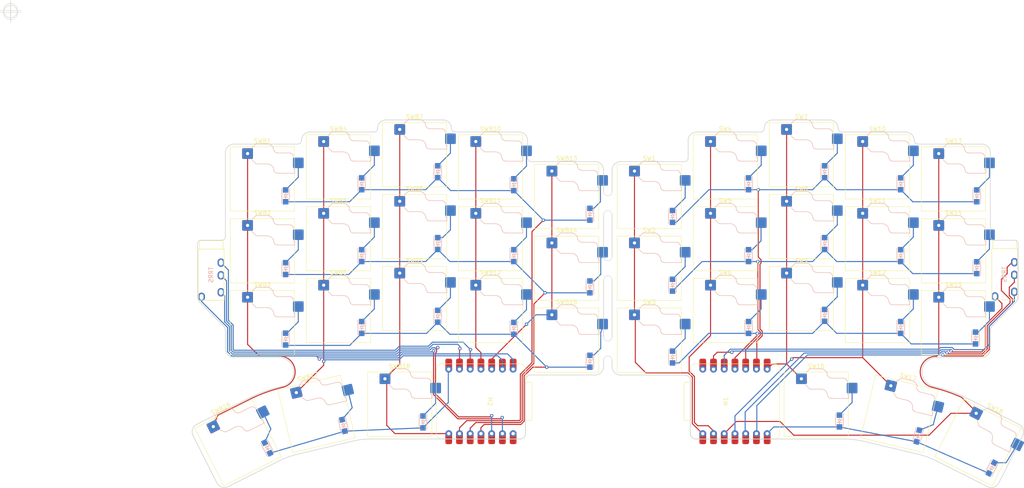
<source format=kicad_pcb>
(kicad_pcb (version 20211014) (generator pcbnew)
  (layers (0 "F.Cu" power) (31 "B.Cu" signal) (34 "B.Paste" user) (35 "F.Paste" user) (36 "B.SilkS" user "B.Silkscreen") (37 "F.SilkS" user "F.Silkscreen") (38 "B.Mask" user) (39 "F.Mask" user) (44 "Edge.Cuts" user))
  (net 0 "")
  (net 1 "Row 0")
  (net 2 "Net-(D1-Pad1)")
  (net 3 "Row 1")
  (net 4 "Net-(D2-Pad1)")
  (net 5 "Row 2")
  (net 6 "Net-(D3-Pad1)")
  (net 7 "Net-(D4-Pad1)")
  (net 8 "Net-(D5-Pad1)")
  (net 9 "Net-(D6-Pad1)")
  (net 10 "Net-(D7-Pad1)")
  (net 11 "Net-(D8-Pad1)")
  (net 12 "Net-(D9-Pad1)")
  (net 13 "Net-(D10-Pad1)")
  (net 14 "Net-(D11-Pad1)")
  (net 15 "Net-(D12-Pad1)")
  (net 16 "Net-(D13-Pad1)")
  (net 17 "Net-(D14-Pad1)")
  (net 18 "Net-(D15-Pad1)")
  (net 19 "Row 3")
  (net 20 "Net-(D16-Pad1)")
  (net 21 "Net-(D17-Pad1)")
  (net 22 "Net-(D18-Pad1)")
  (net 23 "Row 0 B")
  (net 24 "Net-(DB1-Pad1)")
  (net 25 "Row 1 B")
  (net 26 "Net-(DB2-Pad1)")
  (net 27 "Row 2 B")
  (net 28 "Net-(DB3-Pad1)")
  (net 29 "Net-(DB4-Pad1)")
  (net 30 "Net-(DB5-Pad1)")
  (net 31 "Net-(DB6-Pad1)")
  (net 32 "Net-(DB7-Pad1)")
  (net 33 "Net-(DB8-Pad1)")
  (net 34 "Net-(DB9-Pad1)")
  (net 35 "Net-(DB10-Pad1)")
  (net 36 "Net-(DB11-Pad1)")
  (net 37 "Net-(DB12-Pad1)")
  (net 38 "Net-(DB13-Pad1)")
  (net 39 "Net-(DB14-Pad1)")
  (net 40 "Net-(DB15-Pad1)")
  (net 41 "Row 3 B")
  (net 42 "Net-(DB16-Pad1)")
  (net 43 "Net-(DB17-Pad1)")
  (net 44 "Net-(DB18-Pad1)")
  (net 45 "Net-(J1-PadR1)")
  (net 46 "Net-(J1-PadR2)")
  (net 47 "Net-(J1-PadS)")
  (net 48 "Net-(J1-PadT)")
  (net 49 "Net-(J2-PadR1)")
  (net 50 "Net-(J2-PadR2)")
  (net 51 "Net-(J2-PadS)")
  (net 52 "Net-(J2-PadT)")
  (net 53 "Col 0")
  (net 54 "Col 1")
  (net 55 "Col 3")
  (net 56 "Col 4")
  (net 57 "Col 2")
  (net 59 "Col 0 B")
  (net 60 "Col 1 B")
  (net 61 "Col 3 B")
  (net 62 "Col 4 B")
  (net 63 "Col 2 B")
  (footprint "PCB Libs:SW_Hotswap_Kailh_Choc_V1V2" (layer "F.Cu") (at 89.589912 48.4862)
    (fp_text reference "SWB4")
    (fp_text value " ")
  )
  (footprint "Downloads:XIAO-RP2040" (layer "F.Cu") (at 133.839825 111.61 -90)
    (fp_text reference "M2")
    (fp_text value "XIAO-RP2040")
  )
  (footprint "PCB Libs:SW_Hotswap_Kailh_Choc_V1V2" (layer "F.Cu") (at 217.139912 48.4862)
    (fp_text reference "SW10")
    (fp_text value " ")
  )
  (footprint "PCB Libs:TRRS-PJ-320A" (layer "F.Cu") (at 59.489946 67.9486)
    (fp_text reference "J2")
    (fp_text value "AudioJack4" hide)
  )
  (footprint "PCB Libs:SW_Hotswap_Kailh_Choc_V1V2" (layer "F.Cu") (at 107.589912 62.63)
    (fp_text reference "SWB8")
    (fp_text value " ")
  )
  (footprint "PCB Libs:mouse-bite-3mm-slot" (layer "F.Cu") (at 153.339946 91.48595 90)
    (fp_text reference "mouse-bite-3mm-slot" hide)
    (fp_text value "VAL**" hide)
    (fp_arc (start 2.762 1) (mid 1.762 0) (end 2.762 -1) (layer "Edge.Cuts") (width 0.1))
    (fp_arc (start -2.762 -1) (mid -1.762 0) (end -2.762 1) (layer "Edge.Cuts") (width 0.1))
  )
  (footprint "PCB Libs:SW_Hotswap_Kailh_Choc_V1V2" (layer "F.Cu") (at 125.589912 82.4862)
    (fp_text reference "SWB12")
    (fp_text value " ")
  )
  (footprint "PCB Libs:SW_Hotswap_Kailh_Choc_V1V2" (layer "F.Cu") (at 202.640087 104.63)
    (fp_text reference "SW16")
    (fp_text value " ")
  )
  (footprint "PCB Libs:SW_Hotswap_Kailh_Choc_V1V2" (layer "F.Cu") (at 217.139912 65.4862)
    (fp_text reference "SW11")
    (fp_text value " ")
  )
  (footprint "PCB Libs:SW_Hotswap_Kailh_Choc_V1V2" (layer "F.Cu") (at 143.589912 55.48595)
    (fp_text reference "SWB13")
    (fp_text value " ")
  )
  (footprint "PCB Libs:SW_Hotswap_Kailh_Choc_V1V2" (layer "F.Cu") (at 104.089737 104.63)
    (fp_text reference "SWB18")
    (fp_text value " ")
  )
  (footprint "PCB Libs:SW_Hotswap_Kailh_Choc_V1V2" (layer "F.Cu") (at 143.589912 72.48595)
    (fp_text reference "SWB14")
    (fp_text value " ")
  )
  (footprint "PCB Libs:SW_Hotswap_Kailh_Choc_V1V2" (layer "F.Cu") (at 235.139912 85.3424)
    (fp_text reference "SW15")
    (fp_text value " ")
  )
  (footprint "PCB Libs:SW_Hotswap_Kailh_Choc_V1V2" (layer "F.Cu") (at 163.139912 72.48595)
    (fp_text reference "SW2")
    (fp_text value " ")
  )
  (footprint "PCB Libs:SW_Hotswap_Kailh_Choc_V1V2" (layer "F.Cu") (at 125.589912 48.4862)
    (fp_text reference "SWB10")
    (fp_text value " ")
  )
  (footprint "PCB Libs:SW_Hotswap_Kailh_Choc_V1V2" (layer "F.Cu") (at 181.139912 48.4862)
    (fp_text reference "SW4")
    (fp_text value " ")
  )
  (footprint "PCB Libs:SW_Hotswap_Kailh_Choc_V1V2" (layer "F.Cu") (at 235.139912 68.3424)
    (fp_text reference "SW14")
    (fp_text value " ")
  )
  (footprint "PCB Libs:mouse-bite-3mm-slot" (layer "F.Cu") (at 153.339946 57.08595 90)
    (fp_text reference "mouse-bite-3mm-slot" hide)
    (fp_text value "VAL**" hide)
    (fp_arc (start 2.762 1) (mid 1.762 0) (end 2.762 -1) (layer "Edge.Cuts") (width 0.1))
    (fp_arc (start -2.762 -1) (mid -1.762 0) (end -2.762 1) (layer "Edge.Cuts") (width 0.1))
  )
  (footprint "PCB Libs:SW_Hotswap_Kailh_Choc_V1V2" (layer "F.Cu") (at 84.415311 106.938302 13.4)
    (fp_text reference "SWB17")
    (fp_text value " ")
  )
  (footprint "PCB Libs:mouse-bite-3mm-slot" (layer "F.Cu") (at 153.339946 72.48595 90)
    (fp_text reference "mouse-bite-3mm-slot" hide)
    (fp_text value "VAL**" hide)
    (fp_arc (start 2.762 1) (mid 1.762 0) (end 2.762 -1) (layer "Edge.Cuts") (width 0.1))
    (fp_arc (start -2.762 -1) (mid -1.762 0) (end -2.762 1) (layer "Edge.Cuts") (width 0.1))
  )
  (footprint "PCB Libs:SW_Hotswap_Kailh_Choc_V1V2" (layer "F.Cu") (at 71.589912 51.3424)
    (fp_text reference "SWB1")
    (fp_text value " ")
  )
  (footprint "PCB Libs:SW_Hotswap_Kailh_Choc_V1V2" (layer "F.Cu") (at 235.139912 51.3424)
    (fp_text reference "SW13")
    (fp_text value " ")
  )
  (footprint "PCB Libs:SW_Hotswap_Kailh_Choc_V1V2" (layer "F.Cu") (at 65.809461 113.737837 26.8)
    (fp_text reference "SWB16")
    (fp_text value " ")
  )
  (footprint "PCB Libs:SW_Hotswap_Kailh_Choc_V1V2" (layer "F.Cu") (at 199.139912 45.63)
    (fp_text reference "SW7")
    (fp_text value " ")
  )
  (footprint "PCB Libs:SW_Hotswap_Kailh_Choc_V1V2" (layer "F.Cu") (at 71.589912 85.3424)
    (fp_text reference "SWB3")
    (fp_text value " ")
  )
  (footprint "PCB Libs:SW_Hotswap_Kailh_Choc_V1V2" (layer "F.Cu") (at 199.139912 79.63)
    (fp_text reference "SW9")
    (fp_text value " ")
  )
  (footprint "PCB Libs:SW_Hotswap_Kailh_Choc_V1V2" (layer "F.Cu") (at 143.589912 89.48595)
    (fp_text reference "SWB15")
    (fp_text value " ")
  )
  (footprint "PCB Libs:SW_Hotswap_Kailh_Choc_V1V2" (layer "F.Cu") (at 107.589912 79.63)
    (fp_text reference "SWB9")
    (fp_text value " ")
  )
  (footprint "PCB Libs:SW_Hotswap_Kailh_Choc_V1V2" (layer "F.Cu") (at 89.589912 82.4862)
    (fp_text reference "SWB6")
    (fp_text value " ")
  )
  (footprint "PCB Libs:SW_Hotswap_Kailh_Choc_V1V2" (layer "F.Cu") (at 107.589912 45.63)
    (fp_text reference "SWB7")
    (fp_text value " ")
  )
  (footprint "Downloads:XIAO-RP2040" (layer "F.Cu") (at 174.16 112.88 90)
    (fp_text reference "M1")
    (fp_text value "XIAO-RP2040")
  )
  (footprint "PCB Libs:SW_Hotswap_Kailh_Choc_V1V2" (layer "F.Cu") (at 181.139912 82.4862)
    (fp_text reference "SW6")
    (fp_text value " ")
  )
  (footprint "PCB Libs:SW_Hotswap_Kailh_Choc_V1V2" (layer "F.Cu") (at 163.139912 89.48595)
    (fp_text reference "SW3")
    (fp_text value " ")
  )
  (footprint "PCB Libs:TRRS-PJ-320A" (layer "F.Cu") (at 247.239946 67.8486)
    (fp_text reference "J1")
    (fp_text value "AudioJack4" hide)
  )
  (footprint "PCB Libs:SW_Hotswap_Kailh_Choc_V1V2" (layer "F.Cu") (at 240.920363 113.737837 -26.8)
    (fp_text reference "SW18")
    (fp_text value " ")
  )
  (footprint "PCB Libs:SW_Hotswap_Kailh_Choc_V1V2" (layer "F.Cu") (at 163.139912 55.48595)
    (fp_text reference "SW1")
    (fp_text value " ")
  )
  (footprint "PCB Libs:SW_Hotswap_Kailh_Choc_V1V2" (layer "F.Cu") (at 89.589912 65.4862)
    (fp_text reference "SWB5")
    (fp_text value " ")
  )
  (footprint "PCB Libs:SW_Hotswap_Kailh_Choc_V1V2" (layer "F.Cu") (at 71.589912 68.3424)
    (fp_text reference "SWB2")
    (fp_text value " ")
  )
  (footprint "PCB Libs:SW_Hotswap_Kailh_Choc_V1V2" (layer "F.Cu") (at 181.139912 65.4862)
    (fp_text reference "SW5")
    (fp_text value " ")
  )
  (footprint "PCB Libs:SW_Hotswap_Kailh_Choc_V1V2" (layer "F.Cu") (at 217.139912 82.4862)
    (fp_text reference "SW12")
    (fp_text value " ")
  )
  (footprint "PCB Libs:SW_Hotswap_Kailh_Choc_V1V2" (layer "F.Cu") (at 222.314513 106.938302 -13.4)
    (fp_text reference "SW17")
    (fp_text value " ")
  )
  (footprint "PCB Libs:SW_Hotswap_Kailh_Choc_V1V2" (layer "F.Cu") (at 199.139912 62.63)
    (fp_text reference "SW8")
    (fp_text value " ")
  )
  (footprint "PCB Libs:SW_Hotswap_Kailh_Choc_V1V2" (layer "F.Cu") (at 125.589912 65.4862)
    (fp_text reference "SWB11")
    (fp_text value " ")
  )
  (footprint "Downloads:SOD-123F" (layer "B.Cu") (at 113.089912 49.63 90)
    (fp_text reference "DB7")
    (fp_text value " ")
  )
  (footprint "Downloads:SOD-123F" (layer "B.Cu") (at 186.639912 52.4862 90)
    (fp_text reference "D4")
    (fp_text value " ")
  )
  (footprint "Downloads:SOD-123F" (layer "B.Cu") (at 149.089912 76.88595 90)
    (fp_text reference "DB14")
    (fp_text value " ")
  )
  (footprint "Downloads:SOD-123F" (layer "B.Cu") (at 131.089912 52.697553 90)
    (fp_text reference "DB10")
    (fp_text value " ")
  )
  (footprint "Downloads:SOD-123F" (layer "B.Cu") (at 240.639912 55.3424 90)
    (fp_text reference "D13")
    (fp_text value " ")
  )
  (footprint "Downloads:SOD-123F" (layer "B.Cu") (at 240.639912 72.3424 90)
    (fp_text reference "D14")
    (fp_text value " ")
  )
  (footprint "Downloads:SOD-123F" (layer "B.Cu") (at 77.089912 72.553753 90)
    (fp_text reference "DB2")
    (fp_text value " ")
  )
  (footprint "Downloads:SOD-123F" (layer "B.Cu") (at 204.639912 83.63 90)
    (fp_text reference "D9")
    (fp_text value " ")
  )
  (footprint "Downloads:SOD-123F" (layer "B.Cu") (at 168.639912 76.48595 90)
    (fp_text reference "D2")
    (fp_text value " ")
  )
  (footprint "Downloads:SOD-123F" (layer "B.Cu") (at 204.639912 66.63 90)
    (fp_text reference "D8")
    (fp_text value " ")
  )
  (footprint "Downloads:SOD-123F" (layer "B.Cu") (at 77.089912 89.23595 90)
    (fp_text reference "DB3")
    (fp_text value " ")
  )
  (footprint "Downloads:SOD-123F" (layer "B.Cu") (at 222.639912 69.4862 90)
    (fp_text reference "D11")
    (fp_text value " ")
  )
  (footprint "Downloads:SOD-123F" (layer "B.Cu") (at 168.639912 93.48595 90)
    (fp_text reference "D3")
    (fp_text value " ")
  )
  (footprint "Downloads:SOD-123F" (layer "B.Cu") (at 95.089912 69.4862 90)
    (fp_text reference "DB5")
    (fp_text value " ")
  )
  (footprint "Downloads:SOD-123F" (layer "B.Cu") (at 131.089912 86.697553 90)
    (fp_text reference "DB12")
    (fp_text value " ")
  )
  (footprint "Downloads:SOD-123F" (layer "B.Cu") (at 149.089912 59.697303 90)
    (fp_text reference "DB13")
    (fp_text value " ")
  )
  (footprint "Downloads:SOD-123F" (layer "B.Cu") (at 77.089912 55.3424 90)
    (fp_text reference "DB1")
    (fp_text value " ")
  )
  (footprint "Downloads:SOD-123F" (layer "B.Cu") (at 208.140087 108.63 90)
    (fp_text reference "D16")
    (fp_text value " ")
  )
  (footprint "Downloads:SOD-123F" (layer "B.Cu") (at 186.639912 86.4862 90)
    (fp_text reference "D6")
    (fp_text value " ")
  )
  (footprint "Downloads:SOD-123F" (layer "B.Cu") (at 226.720074 112.169381 76.6)
    (fp_text reference "D17")
    (fp_text value " ")
  )
  (footprint "Downloads:SOD-123F" (layer "B.Cu") (at 90.76595 109.665251 103.4)
    (fp_text reference "DB17")
    (fp_text value " ")
  )
  (footprint "Downloads:SOD-123F" (layer "B.Cu") (at 72.756127 114.989764 116.8)
    (fp_text reference "DB16")
    (fp_text value " ")
  )
  (footprint "Downloads:SOD-123F" (layer "B.Cu") (at 168.639912 60.214796 90)
    (fp_text reference "D1")
    (fp_text value " ")
  )
  (footprint "Downloads:SOD-123F" (layer "B.Cu") (at 244.156071 119.762903 63.2)
    (fp_text reference "D18")
    (fp_text value " ")
  )
  (footprint "Downloads:SOD-123F" (layer "B.Cu") (at 113.089912 66.63 90)
    (fp_text reference "DB8")
    (fp_text value " ")
  )
  (footprint "Downloads:SOD-123F" (layer "B.Cu") (at 186.639912 69.4862 90)
    (fp_text reference "D5")
    (fp_text value " ")
  )
  (footprint "Downloads:SOD-123F" (layer "B.Cu") (at 95.089912 52.4862 90)
    (fp_text reference "DB4")
    (fp_text value " ")
  )
  (footprint "Downloads:SOD-123F" (layer "B.Cu") (at 109.589737 108.841353 90)
    (fp_text reference "DB18")
    (fp_text value " ")
  )
  (footprint "Downloads:SOD-123F" (layer "B.Cu") (at 131.089912 69.4862 90)
    (fp_text reference "DB11")
    (fp_text value " ")
  )
  (footprint "Downloads:SOD-123F" (layer "B.Cu") (at 222.639912 52.4862 90)
    (fp_text reference "D10")
    (fp_text value " ")
  )
  (footprint "Downloads:SOD-123F" (layer "B.Cu") (at 240.339946 88.98595 90)
    (fp_text reference "D15")
    (fp_text value " ")
  )
  (footprint "Downloads:SOD-123F" (layer "B.Cu") (at 95.089912 86.4862 90)
    (fp_text reference "DB6")
    (fp_text value " ")
  )
  (footprint "Downloads:SOD-123F" (layer "B.Cu") (at 222.639912 86.4862 90)
    (fp_text reference "D12")
    (fp_text value " ")
  )
  (footprint "Downloads:SOD-123F" (layer "B.Cu") (at 113.089912 83.841353 90)
    (fp_text reference "DB9")
    (fp_text value " ")
  )
  (footprint "Downloads:SOD-123F" (layer "B.Cu") (at 149.089912 94.48595 90)
    (fp_text reference "DB15")
    (fp_text value " ")
  )
  (footprint "Downloads:SOD-123F" (layer "B.Cu") (at 204.639912 49.63 90)
    (fp_text reference "D7")
    (fp_text value " ")
  )
  (gr_circle (center 143.589946 55.48595) (end 145.189946 55.48595) (layer "F.Cu") (width 0.15) (fill none))
  (gr_arc (start 56.239946 66.7048) (mid 56.490703 66.099339) (end 57.096146 65.8486) (layer "Edge.Cuts") (width 0.15))
  (gr_line (start 207.839946 39.392) (end 207.839946 39.392) (layer "Edge.Cuts") (width 0.15))
  (gr_arc (start 226.921664 116.538642) (mid 229.069883 117.184325) (end 231.128228 118.075936) (layer "Edge.Cuts") (width 0.15))
  (gr_line (start 226.696146 43.1044) (end 241.839946 43.1044) (layer "Edge.Cuts") (width 0.15))
  (gr_line (start 230.348047 100.393274) (end 230.740818 100.486724) (layer "Edge.Cuts") (width 0.15))
  (gr_arc (start 98.839946 39.38) (mid 98.589188 39.985453) (end 97.983746 40.2362) (layer "Edge.Cuts") (width 0.15))
  (gr_arc (start 133.839859 111.61) (mid 133.467867 112.507994) (end 132.569859 112.88) (layer "Edge.Cuts") (width 0.15))
  (gr_line (start 56.067326 109.411737) (end 68.120787 103.331928) (layer "Edge.Cuts") (width 0.15))
  (gr_arc (start 117.196146 40.2362) (mid 116.590746 39.985418) (end 116.339946 39.38) (layer "Edge.Cuts") (width 0.15))
  (gr_line (start 209.340121 112.892) (end 174.110034 112.892) (layer "Edge.Cuts") (width 0.15))
  (gr_line (start 62.839946 64.9924) (end 62.839946 45.0924) (layer "Edge.Cuts") (width 0.15))
  (gr_arc (start 241.839946 43.1044) (mid 243.25413 43.690203) (end 243.839946 45.1044) (layer "Edge.Cuts") (width 0.15))
  (gr_arc (start 98.839946 39.38) (mid 99.425714 37.96575) (end 100.839946 37.38) (layer "Edge.Cuts") (width 0.15))
  (gr_line (start 79.983746 43.0924) (end 64.839946 43.0924) (layer "Edge.Cuts") (width 0.15))
  (gr_line (start 152.339946 95.73595) (end 152.339946 94.24795) (layer "Edge.Cuts") (width 0.15))
  (gr_arc (start 172.339946 46.39175) (mid 172.089156 46.997159) (end 171.483746 47.24795) (layer "Edge.Cuts") (width 0.15))
  (gr_arc (start 223.839946 40.2482) (mid 225.25413 40.834003) (end 225.839946 42.2482) (layer "Edge.Cuts") (width 0.15))
  (gr_arc (start 245.868099 123.270759) (mid 244.708184 124.269653) (end 243.181689 124.155745) (layer "Edge.Cuts") (width 0.15))
  (gr_line (start 225.839946 42.2482) (end 225.839946 42.2482) (layer "Edge.Cuts") (width 0.15))
  (gr_line (start 62.839946 91.5924) (end 62.839946 87.377027) (layer "Edge.Cuts") (width 0.15))
  (gr_arc (start 62.25416 85.962814) (mid 62.687715 86.611659) (end 62.839946 87.377027) (layer "Edge.Cuts") (width 0.15))
  (gr_arc (start 226.696146 43.1044) (mid 226.090721 42.853612) (end 225.839946 42.2482) (layer "Edge.Cuts") (width 0.15))
  (gr_line (start 208.696146 40.2482) (end 223.839946 40.2482) (layer "Edge.Cuts") (width 0.15))
  (gr_arc (start 56.825732 80.534386) (mid 56.392182 79.88554) (end 56.239946 79.120173) (layer "Edge.Cuts") (width 0.15))
  (gr_line (start 79.758228 116.526642) (end 92.891615 113.40188) (layer "Edge.Cuts") (width 0.15))
  (gr_arc (start 250.439946 79.132173) (mid 250.28769 79.897532) (end 249.85416 80.546386) (layer "Edge.Cuts") (width 0.15))
  (gr_arc (start 205.839946 37.392) (mid 207.25413 37.977803) (end 207.839946 39.392) (layer "Edge.Cuts") (width 0.15))
  (gr_line (start 134.339946 46.37975) (end 134.339946 42.2362) (layer "Edge.Cuts") (width 0.15))
  (gr_line (start 97.339771 112.88) (end 132.569859 112.88) (layer "Edge.Cuts") (width 0.15))
  (gr_arc (start 171.570034 97.74795) (mid 172.468085 98.119904) (end 172.840034 99.01795) (layer "Edge.Cuts") (width 0.15))
  (gr_line (start 156.339946 97.74795) (end 171.570034 97.74795) (layer "Edge.Cuts") (width 0.15))
  (gr_line (start 243.839946 91.6044) (end 243.839946 87.389027) (layer "Edge.Cuts") (width 0.15))
  (gr_line (start 60.811793 123.258759) (end 55.18234 112.098147) (layer "Edge.Cuts") (width 0.15))
  (gr_arc (start 230.348047 100.393274) (mid 227.726821 96.644576) (end 231.144552 93.6044) (layer "Edge.Cuts") (width 0.15))
  (gr_line (start 114.339946 37.38) (end 100.839946 37.38) (layer "Edge.Cuts") (width 0.15))
  (gr_line (start 154.339946 49.24795) (end 154.339946 54.32395) (layer "Edge.Cuts") (width 0.15))
  (gr_line (start 97.983746 40.2362) (end 82.839946 40.2362) (layer "Edge.Cuts") (width 0.15))
  (gr_line (start 243.839946 65.0044) (end 243.839946 45.1044) (layer "Edge.Cuts") (width 0.15))
  (gr_arc (start 249.583746 65.8606) (mid 250.189141 66.111391) (end 250.439946 66.7168) (layer "Edge.Cuts") (width 0.15))
  (gr_arc (start 243.839946 91.6044) (mid 243.254192 93.018659) (end 241.839946 93.6044) (layer "Edge.Cuts") (width 0.15))
  (gr_arc (start 75.551664 118.063936) (mid 77.61001 117.172329) (end 79.758228 116.526642) (layer "Edge.Cuts") (width 0.15))
  (gr_line (start 132.339946 40.2362) (end 117.196146 40.2362) (layer "Edge.Cuts") (width 0.15))
  (gr_arc (start 243.839946 87.389027) (mid 243.992207 86.623673) (end 244.425732 85.974814) (layer "Edge.Cuts") (width 0.15))
  (gr_line (start 250.439946 79.132173) (end 250.439946 66.7168) (layer "Edge.Cuts") (width 0.15))
  (gr_arc (start 250.612566 109.423737) (mid 251.611434 110.583649) (end 251.497552 112.110147) (layer "Edge.Cuts") (width 0.15))
  (gr_line (start 56.239946 79.120173) (end 56.239946 66.7048) (layer "Edge.Cuts") (width 0.15))
  (gr_arc (start 63.498203 124.143745) (mid 61.97171 124.257629) (end 60.811793 123.258759) (layer "Edge.Cuts") (width 0.15))
  (gr_arc (start 174.110034 112.892) (mid 173.212016 112.520008) (end 172.840034 111.622) (layer "Edge.Cuts") (width 0.15))
  (gr_line (start 133.839859 99.00595) (end 133.839859 111.61) (layer "Edge.Cuts") (width 0.15))
  (gr_line (start 249.583746 65.8606) (end 244.696146 65.8606) (layer "Edge.Cuts") (width 0.15))
  (gr_line (start 63.498203 124.143745) (end 75.551664 118.063936) (layer "Edge.Cuts") (width 0.15))
  (gr_line (start 152.339946 88.72395) (end 152.339946 75.24795) (layer "Edge.Cuts") (width 0.15))
  (gr_line (start 76.331845 100.381274) (end 75.939074 100.474724) (layer "Edge.Cuts") (width 0.15))
  (gr_arc (start 244.696146 65.8606) (mid 244.090721 65.609812) (end 243.839946 65.0044) (layer "Edge.Cuts") (width 0.15))
  (gr_line (start 152.339946 49.23595) (end 152.339946 54.32395) (layer "Edge.Cuts") (width 0.15))
  (gr_arc (start 156.339946 97.74795) (mid 154.92575 97.162148) (end 154.339946 95.74795) (layer "Edge.Cuts") (width 0.15))
  (gr_arc (start 62.839946 45.0924) (mid 63.425714 43.67815) (end 64.839946 43.0924) (layer "Edge.Cuts") (width 0.15))
  (gr_line (start 98.839946 39.38) (end 98.839946 39.38) (layer "Edge.Cuts") (width 0.15))
  (gr_line (start 80.839946 42.2362) (end 80.839946 42.2362) (layer "Edge.Cuts") (width 0.15))
  (gr_line (start 62.25416 85.962814) (end 56.825732 80.534386) (layer "Edge.Cuts") (width 0.15))
  (gr_arc (start 152.339946 95.73595) (mid 151.754159 97.15016) (end 150.339946 97.73595) (layer "Edge.Cuts") (width 0.15))
  (gr_line (start 250.612566 109.423737) (end 238.559105 103.343928) (layer "Edge.Cuts") (width 0.15))
  (gr_arc (start 230.740818 100.486724) (mid 234.73348 101.686791) (end 238.559105 103.343928) (layer "Edge.Cuts") (width 0.15))
  (gr_arc (start 64.839946 93.5924) (mid 63.425733 93.006613) (end 62.839946 91.5924) (layer "Edge.Cuts") (width 0.15))
  (gr_arc (start 62.839946 64.9924) (mid 62.589188 65.597853) (end 61.983746 65.8486) (layer "Edge.Cuts") (width 0.15))
  (gr_line (start 244.425732 85.974814) (end 249.85416 80.546386) (layer "Edge.Cuts") (width 0.15))
  (gr_arc (start 133.839859 99.00595) (mid 134.211834 98.107925) (end 135.109859 97.73595) (layer "Edge.Cuts") (width 0.15))
  (gr_arc (start 190.339946 39.392) (mid 190.089203 39.99747) (end 189.483746 40.2482) (layer "Edge.Cuts") (width 0.15))
  (gr_line (start 154.339946 88.72395) (end 154.339946 75.24795) (layer "Edge.Cuts") (width 0.15))
  (gr_line (start 172.840034 99.01795) (end 172.840034 111.622) (layer "Edge.Cuts") (width 0.15))
  (gr_arc (start 172.339946 42.2482) (mid 172.9257 40.833938) (end 174.339946 40.2482) (layer "Edge.Cuts") (width 0.15))
  (gr_arc (start 55.18234 112.098147) (mid 55.06847 110.571662) (end 56.067326 109.411737) (layer "Edge.Cuts") (width 0.15))
  (gr_line (start 152.339946 69.72395) (end 152.339946 59.84795) (layer "Edge.Cuts") (width 0.15))
  (gr_arc (start 190.339946 39.392) (mid 190.9257 37.977738) (end 192.339946 37.392) (layer "Edge.Cuts") (width 0.15))
  (gr_arc (start 154.339946 49.24795) (mid 154.925718 47.83372) (end 156.339946 47.24795) (layer "Edge.Cuts") (width 0.15))
  (gr_line (start 231.144552 93.6044) (end 241.839946 93.6044) (layer "Edge.Cuts") (width 0.15))
  (gr_arc (start 132.339946 40.2362) (mid 133.754149 40.821986) (end 134.339946 42.2362) (layer "Edge.Cuts") (width 0.15))
  (gr_line (start 245.868099 123.270759) (end 251.497552 112.110147) (layer "Edge.Cuts") (width 0.15))
  (gr_line (start 150.339946 97.73595) (end 135.109859 97.73595) (layer "Edge.Cuts") (width 0.15))
  (gr_arc (start 209.340121 112.892) (mid 211.579455 113.022911) (end 213.788277 113.41388) (layer "Edge.Cuts") (width 0.15))
  (gr_arc (start 150.339946 47.23595) (mid 151.754167 47.821733) (end 152.339946 49.23595) (layer "Edge.Cuts") (width 0.15))
  (gr_arc (start 80.839946 42.2362) (mid 81.425714 40.82195) (end 82.839946 40.2362) (layer "Edge.Cuts") (width 0.15))
  (gr_line (start 154.339946 95.74795) (end 154.339946 94.24795) (layer "Edge.Cuts") (width 0.15))
  (gr_line (start 154.339946 59.84795) (end 154.339946 69.72395) (layer "Edge.Cuts") (width 0.15))
  (gr_line (start 226.921664 116.538642) (end 213.788277 113.41388) (layer "Edge.Cuts") (width 0.15))
  (gr_arc (start 114.339946 37.38) (mid 115.754149 37.965786) (end 116.339946 39.38) (layer "Edge.Cuts") (width 0.15))
  (gr_arc (start 75.53534 93.5924) (mid 78.953055 96.632576) (end 76.331845 100.381274) (layer "Edge.Cuts") (width 0.15))
  (gr_line (start 174.339946 40.2482) (end 189.483746 40.2482) (layer "Edge.Cuts") (width 0.15))
  (gr_line (start 243.181689 124.155745) (end 231.128228 118.075936) (layer "Edge.Cuts") (width 0.15))
  (gr_line (start 75.53534 93.5924) (end 64.839946 93.5924) (layer "Edge.Cuts") (width 0.15))
  (gr_line (start 150.339946 47.23595) (end 135.196146 47.23595) (layer "Edge.Cuts") (width 0.15))
  (gr_arc (start 80.839946 42.2362) (mid 80.589188 42.841653) (end 79.983746 43.0924) (layer "Edge.Cuts") (width 0.15))
  (gr_arc (start 135.196146 47.23595) (mid 134.590728 46.985171) (end 134.339946 46.37975) (layer "Edge.Cuts") (width 0.15))
  (gr_arc (start 208.696146 40.2482) (mid 208.090721 39.997412) (end 207.839946 39.392) (layer "Edge.Cuts") (width 0.15))
  (gr_arc (start 92.891615 113.40188) (mid 95.100438 113.010919) (end 97.339771 112.88) (layer "Edge.Cuts") (width 0.15))
  (gr_arc (start 68.120787 103.331928) (mid 71.946414 101.674796) (end 75.939074 100.474724) (layer "Edge.Cuts") (width 0.15))
  (gr_line (start 192.339946 37.392) (end 205.839946 37.392) (layer "Edge.Cuts") (width 0.15))
  (gr_line (start 156.339946 47.24795) (end 171.483746 47.24795) (layer "Edge.Cuts") (width 0.15))
  (gr_line (start 172.339946 46.39175) (end 172.339946 42.2482) (layer "Edge.Cuts") (width 0.15))
  (gr_line (start 57.096146 65.8486) (end 61.983746 65.8486) (layer "Edge.Cuts") (width 0.15))
  (target plus (at 12 11.5) (size 5) (width 0.1) (layer "Edge.Cuts"))
  (target plus (at 12 11.95) (size 5) (width 0.1) (layer "Edge.Cuts"))
  (segment (start 189.589946 70.48595) (end 189.589946 71.23595) (width 0.25) (layer "F.Cu") (net 1))
  (segment (start 189.339946 86.849554) (end 189.864696 87.374304) (width 0.25) (layer "F.Cu") (net 1))
  (segment (start 189.339946 71.48595) (end 189.339946 86.849554) (width 0.25) (layer "F.Cu") (net 1))
  (segment (start 189.864696 87.374304) (end 189.864696 88.483992) (width 0.25) (layer "F.Cu") (net 1))
  (segment (start 189.864696 88.483992) (end 188.589946 89.758742) (width 0.25) (layer "F.Cu") (net 1))
  (segment (start 189.589946 71.23595) (end 189.339946 71.48595) (width 0.25) (layer "F.Cu") (net 1))
  (segment (start 188.939696 69.8357) (end 189.589946 70.48595) (width 0.25) (layer "F.Cu") (net 1))
  (segment (start 188.589946 96.283554) (end 188.501 96.3725) (width 0.25) (layer "F.Cu") (net 1))
  (segment (start 188.939696 53.8862) (end 188.939696 69.8357) (width 0.25) (layer "F.Cu") (net 1))
  (segment (start 188.589946 89.758742) (end 188.589946 96.283554) (width 0.25) (layer "F.Cu") (net 1))
  (via (at 188.939696 53.8862) (size 0.8) (drill 0.4) (layers "F.Cu" "B.Cu") (net 1))
  (segment (start 169.539912 61.614796) (end 177.268508 53.8862) (width 0.25) (layer "B.Cu") (net 1))
  (segment (start 186.639912 53.8862) (end 188.939696 53.8862) (width 0.25) (layer "B.Cu") (net 1))
  (segment (start 188.939696 53.8862) (end 201.783712 53.8862) (width 0.25) (layer "B.Cu") (net 1))
  (segment (start 168.639912 61.614796) (end 169.539912 61.614796) (width 0.25) (layer "B.Cu") (net 1))
  (segment (start 222.639912 53.8862) (end 225.496112 56.7424) (width 0.25) (layer "B.Cu") (net 1))
  (segment (start 225.496112 56.7424) (end 240.639912 56.7424) (width 0.25) (layer "B.Cu") (net 1))
  (segment (start 204.639912 51.03) (end 207.496112 53.8862) (width 0.25) (layer "B.Cu") (net 1))
  (segment (start 177.268508 53.8862) (end 186.639912 53.8862) (width 0.25) (layer "B.Cu") (net 1))
  (segment (start 201.783712 53.8862) (end 204.639912 51.03) (width 0.25) (layer "B.Cu") (net 1))
  (segment (start 207.496112 53.8862) (end 222.639912 53.8862) (width 0.25) (layer "B.Cu") (net 1))
  (segment (start 171.639912 51.68595) (end 171.639912 55.814796) (width 0.25) (layer "B.Cu") (net 2))
  (segment (start 171.639912 55.814796) (end 168.639912 58.814796) (width 0.25) (layer "B.Cu") (net 2))
  (segment (start 188.839946 86.98595) (end 189.414696 87.5607) (width 0.25) (layer "F.Cu") (net 3))
  (segment (start 189.414696 88.297596) (end 185.961 91.751292) (width 0.25) (layer "F.Cu") (net 3))
  (segment (start 188.839946 70.8862) (end 188.839946 86.98595) (width 0.25) (layer "F.Cu") (net 3))
  (segment (start 185.961 91.751292) (end 185.961 96.3725) (width 0.25) (layer "F.Cu") (net 3))
  (segment (start 189.414696 87.5607) (end 189.414696 88.297596) (width 0.25) (layer "F.Cu") (net 3))
  (via (at 188.839946 70.8862) (size 0.8) (drill 0.4) (layers "F.Cu" "B.Cu") (net 3))
  (segment (start 175.639662 70.8862) (end 186.639912 70.8862) (width 0.25) (layer "B.Cu") (net 3))
  (segment (start 222.639912 70.8862) (end 225.496112 73.7424) (width 0.25) (layer "B.Cu") (net 3))
  (segment (start 207.496112 70.8862) (end 222.639912 70.8862) (width 0.25) (layer "B.Cu") (net 3))
  (segment (start 186.639912 70.8862) (end 188.839946 70.8862) (width 0.25) (layer "B.Cu") (net 3))
  (segment (start 201.783712 70.8862) (end 204.639912 68.03) (width 0.25) (layer "B.Cu") (net 3))
  (segment (start 168.639912 77.88595) (end 175.639662 70.8862) (width 0.25) (layer "B.Cu") (net 3))
  (segment (start 225.496112 73.7424) (end 240.639912 73.7424) (width 0.25) (layer "B.Cu") (net 3))
  (segment (start 188.839946 70.8862) (end 201.783712 70.8862) (width 0.25) (layer "B.Cu") (net 3))
  (segment (start 204.639912 68.03) (end 207.496112 70.8862) (width 0.25) (layer "B.Cu") (net 3))
  (segment (start 171.639912 68.68595) (end 171.639912 72.08595) (width 0.25) (layer "B.Cu") (net 4))
  (segment (start 171.639912 72.08595) (end 168.639912 75.08595) (width 0.25) (layer "B.Cu") (net 4))
  (segment (start 183.421 93.654896) (end 188.689696 88.3862) (width 0.25) (layer "F.Cu") (net 5))
  (segment (start 188.689696 88.3862) (end 188.689696 87.8862) (width 0.25) (layer "F.Cu") (net 5))
  (segment (start 183.421 96.3725) (end 183.421 93.654896) (width 0.25) (layer "F.Cu") (net 5))
  (via (at 188.689696 87.8862) (size 0.8) (drill 0.4) (layers "F.Cu" "B.Cu") (net 5))
  (segment (start 201.783712 87.8862) (end 204.639912 85.03) (width 0.25) (layer "B.Cu") (net 5))
  (segment (start 177.189696 87.8862) (end 186.639912 87.8862) (width 0.25) (layer "B.Cu") (net 5))
  (segment (start 170.189946 94.88595) (end 177.189696 87.8862) (width 0.25) (layer "B.Cu") (net 5))
  (segment (start 222.639912 87.8862) (end 225.139662 90.38595) (width 0.25) (layer "B.Cu") (net 5))
  (segment (start 186.639912 87.8862) (end 188.689696 87.8862) (width 0.25) (layer "B.Cu") (net 5))
  (segment (start 204.639912 85.03) (end 207.496112 87.8862) (width 0.25) (layer "B.Cu") (net 5))
  (segment (start 207.496112 87.8862) (end 222.639912 87.8862) (width 0.25) (layer "B.Cu") (net 5))
  (segment (start 188.689696 87.8862) (end 201.783712 87.8862) (width 0.25) (layer "B.Cu") (net 5))
  (segment (start 168.639912 94.88595) (end 170.189946 94.88595) (width 0.25) (layer "B.Cu") (net 5))
  (segment (start 225.139662 90.38595) (end 240.339946 90.38595) (width 0.25) (layer "B.Cu") (net 5))
  (segment (start 171.639912 89.08595) (end 168.639912 92.08595) (width 0.25) (layer "B.Cu") (net 6))
  (segment (start 171.639912 85.68595) (end 171.639912 89.08595) (width 0.25) (layer "B.Cu") (net 6))
  (segment (start 189.639912 44.6862) (end 189.639912 48.0862) (width 0.25) (layer "B.Cu") (net 7))
  (segment (start 189.639912 48.0862) (end 186.639912 51.0862) (width 0.25) (layer "B.Cu") (net 7))
  (segment (start 189.639912 61.6862) (end 189.589946 61.736166) (width 0.25) (layer "B.Cu") (net 8))
  (segment (start 189.589946 61.736166) (end 189.589946 65.98595) (width 0.25) (layer "B.Cu") (net 8))
  (segment (start 187.489696 68.0862) (end 186.639912 68.0862) (width 0.25) (layer "B.Cu") (net 8))
  (segment (start 189.589946 65.98595) (end 187.489696 68.0862) (width 0.25) (layer "B.Cu") (net 8))
  (segment (start 189.639912 78.6862) (end 189.639912 82.0862) (width 0.25) (layer "B.Cu") (net 9))
  (segment (start 189.639912 82.0862) (end 186.639912 85.0862) (width 0.25) (layer "B.Cu") (net 9))
  (segment (start 207.639912 45.23) (end 204.639912 48.23) (width 0.25) (layer "B.Cu") (net 10))
  (segment (start 207.639912 41.83) (end 207.639912 45.23) (width 0.25) (layer "B.Cu") (net 10))
  (segment (start 207.639912 62.23) (end 204.639912 65.23) (width 0.25) (layer "B.Cu") (net 11))
  (segment (start 207.639912 58.83) (end 207.639912 62.23) (width 0.25) (layer "B.Cu") (net 11))
  (segment (start 207.639912 79.23) (end 204.639912 82.23) (width 0.25) (layer "B.Cu") (net 12))
  (segment (start 207.639912 75.83) (end 207.639912 79.23) (width 0.25) (layer "B.Cu") (net 12))
  (segment (start 225.639912 48.0862) (end 222.639912 51.0862) (width 0.25) (layer "B.Cu") (net 13))
  (segment (start 225.639912 44.6862) (end 225.639912 48.0862) (width 0.25) (layer "B.Cu") (net 13))
  (segment (start 225.639912 65.0862) (end 222.639912 68.0862) (width 0.25) (layer "B.Cu") (net 14))
  (segment (start 225.639912 61.6862) (end 225.639912 65.0862) (width 0.25) (layer "B.Cu") (net 14))
  (segment (start 225.639912 78.6862) (end 225.639912 82.0862) (width 0.25) (layer "B.Cu") (net 15))
  (segment (start 225.639912 82.0862) (end 222.639912 85.0862) (width 0.25) (layer "B.Cu") (net 15))
  (segment (start 243.639912 50.9424) (end 240.639912 53.9424) (width 0.25) (layer "B.Cu") (net 16))
  (segment (start 243.639912 47.5424) (end 243.639912 50.9424) (width 0.25) (layer "B.Cu") (net 16))
  (segment (start 243.639912 67.9424) (end 240.639912 70.9424) (width 0.25) (layer "B.Cu") (net 17))
  (segment (start 243.639912 64.5424) (end 243.639912 67.9424) (width 0.25) (layer "B.Cu") (net 17))
  (segment (start 243.639912 81.5424) (end 243.639912 84.9424) (width 0.25) (layer "B.Cu") (net 18))
  (segment (start 243.639912 84.9424) (end 240.639912 87.9424) (width 0.25) (layer "B.Cu") (net 18))
  (segment (start 192.6185 110.03) (end 191.041 111.6075) (width 0.25) (layer "B.Cu") (net 19))
  (segment (start 226.395627 113.531267) (end 208.140087 110.03) (width 0.25) (layer "B.Cu") (net 19))
  (segment (start 208.140087 110.03) (end 192.6185 110.03) (width 0.25) (layer "B.Cu") (net 19))
  (segment (start 243.524842 121.012523) (end 226.395627 113.531267) (width 0.25) (layer "B.Cu") (net 19))
  (segment (start 211.140087 100.83) (end 211.140087 104.23) (width 0.25) (layer "B.Cu") (net 20))
  (segment (start 211.140087 104.23) (end 208.140087 107.23) (width 0.25) (layer "B.Cu") (net 20))
  (segment (start 231.46375 105.211611) (end 230.339946 109.48595) (width 0.25) (layer "B.Cu") (net 21))
  (segment (start 230.339946 109.48595) (end 227.044521 110.807495) (width 0.25) (layer "B.Cu") (net 21))
  (segment (start 247.589946 118.48595) (end 244.7873 118.513283) (width 0.25) (layer "B.Cu") (net 22))
  (segment (start 250.220677 114.17847) (end 247.589946 118.48595) (width 0.25) (layer "B.Cu") (net 22))
  (segment (start 135.389946 94.799554) (end 132.639946 97.549554) (width 0.25) (layer "F.Cu") (net 23))
  (segment (start 132.639946 108.299554) (end 132.40355 108.53595) (width 0.25) (layer "F.Cu") (net 23))
  (segment (start 119.939946 108.53595) (end 118.228825 110.247071) (width 0.25) (layer "F.Cu") (net 23))
  (segment (start 132.40355 108.53595) (end 119.939946 108.53595) (width 0.25) (layer "F.Cu") (net 23))
  (segment (start 132.639946 97.549554) (end 132.639946 108.299554) (width 0.25) (layer "F.Cu") (net 23))
  (segment (start 118.228825 110.247071) (end 118.228825 111.6075) (width 0.25) (layer "F.Cu") (net 23))
  (segment (start 135.389946 63.797019) (end 135.389946 94.799554) (width 0.25) (layer "F.Cu") (net 23))
  (segment (start 138.089662 61.097303) (end 135.389946 63.797019) (width 0.25) (layer "F.Cu") (net 23))
  (via (at 138.089662 61.097303) (size 0.8) (drill 0.4) (layers "F.Cu" "B.Cu") (net 23))
  (segment (start 95.089912 53.8862) (end 110.233712 53.8862) (width 0.25) (layer "B.Cu") (net 23))
  (segment (start 77.089912 56.7424) (end 92.233712 56.7424) (width 0.25) (layer "B.Cu") (net 23))
  (segment (start 92.233712 56.7424) (end 95.089912 53.8862) (width 0.25) (layer "B.Cu") (net 23))
  (segment (start 116.157465 54.097553) (end 131.089912 54.097553) (width 0.25) (layer "B.Cu") (net 23))
  (segment (start 110.233712 53.8862) (end 113.089912 51.03) (width 0.25) (layer "B.Cu") (net 23))
  (segment (start 113.089912 51.03) (end 116.157465 54.097553) (width 0.25) (layer "B.Cu") (net 23))
  (segment (start 138.089662 61.097303) (end 149.089912 61.097303) (width 0.25) (layer "B.Cu") (net 23))
  (segment (start 131.089912 54.097553) (end 138.089662 61.097303) (width 0.25) (layer "B.Cu") (net 23))
  (segment (start 80.089912 50.9424) (end 77.089912 53.9424) (width 0.25) (layer "B.Cu") (net 24))
  (segment (start 80.089912 47.5424) (end 80.089912 50.9424) (width 0.25) (layer "B.Cu") (net 24))
  (segment (start 132.589946 108.98595) (end 122.089946 108.98595) (width 0.25) (layer "F.Cu") (net 25))
  (segment (start 120.768825 110.307071) (end 120.768825 111.6075) (width 0.25) (layer "F.Cu") (net 25))
  (segment (start 135.839946 94.98595) (end 133.089946 97.73595) (width 0.25) (layer "F.Cu") (net 25))
  (segment (start 133.089946 108.48595) (end 132.589946 108.98595) (width 0.25) (layer "F.Cu") (net 25))
  (segment (start 135.839946 80.935666) (end 135.839946 94.98595) (width 0.25) (layer "F.Cu") (net 25))
  (segment (start 138.489662 78.28595) (end 135.839946 80.935666) (width 0.25) (layer "F.Cu") (net 25))
  (segment (start 133.089946 97.73595) (end 133.089946 108.48595) (width 0.25) (layer "F.Cu") (net 25))
  (segment (start 122.089946 108.98595) (end 120.768825 110.307071) (width 0.25) (layer "F.Cu") (net 25))
  (via (at 138.489662 78.28595) (size 0.8) (drill 0.4) (layers "F.Cu" "B.Cu") (net 25))
  (segment (start 92.022359 73.953753) (end 95.089912 70.8862) (width 0.25) (layer "B.Cu") (net 25))
  (segment (start 138.489662 78.28595) (end 149.089912 78.28595) (width 0.25) (layer "B.Cu") (net 25))
  (segment (start 115.946112 70.8862) (end 131.089912 70.8862) (width 0.25) (layer "B.Cu") (net 25))
  (segment (start 77.089912 73.953753) (end 92.022359 73.953753) (width 0.25) (layer "B.Cu") (net 25))
  (segment (start 131.089912 70.8862) (end 138.489662 78.28595) (width 0.25) (layer "B.Cu") (net 25))
  (segment (start 95.089912 70.8862) (end 110.233712 70.8862) (width 0.25) (layer "B.Cu") (net 25))
  (segment (start 110.233712 70.8862) (end 113.089912 68.03) (width 0.25) (layer "B.Cu") (net 25))
  (segment (start 113.089912 68.03) (end 115.946112 70.8862) (width 0.25) (layer "B.Cu") (net 25))
  (segment (start 77.089912 71.153753) (end 80.089912 68.153753) (width 0.25) (layer "B.Cu") (net 26))
  (segment (start 80.089912 68.153753) (end 80.089912 64.5424) (width 0.25) (layer "B.Cu") (net 26))
  (segment (start 123.308825 110.217071) (end 123.308825 111.6075) (width 0.25) (layer "F.Cu") (net 27))
  (segment (start 135.576342 95.88595) (end 133.539946 97.922346) (width 0.25) (layer "F.Cu") (net 27))
  (segment (start 124.089946 109.43595) (end 123.308825 110.217071) (width 0.25) (layer "F.Cu") (net 27))
  (segment (start 133.539946 108.672346) (end 132.776342 109.43595) (width 0.25) (layer "F.Cu") (net 27))
  (segment (start 133.539946 97.922346) (end 133.539946 108.672346) (width 0.25) (layer "F.Cu") (net 27))
  (segment (start 132.776342 109.43595) (end 124.089946 109.43595) (width 0.25) (layer "F.Cu") (net 27))
  (segment (start 138.878309 95.88595) (end 135.576342 95.88595) (width 0.25) (layer "F.Cu") (net 27))
  (via (at 138.878309 95.88595) (size 0.8) (drill 0.4) (layers "F.Cu" "B.Cu") (net 27))
  (segment (start 92.240162 90.73595) (end 95.089912 87.8862) (width 0.25) (layer "B.Cu") (net 27))
  (segment (start 77.089912 90.63595) (end 77.189912 90.73595) (width 0.25) (layer "B.Cu") (net 27))
  (segment (start 77.189912 90.73595) (end 92.240162 90.73595) (width 0.25) (layer "B.Cu") (net 27))
  (segment (start 131.089912 88.097553) (end 138.878309 95.88595) (width 0.25) (layer "B.Cu") (net 27))
  (segment (start 113.089912 85.241353) (end 115.946112 88.097553) (width 0.25) (layer "B.Cu") (net 27))
  (segment (start 138.878309 95.88595) (end 138.939946 95.88595) (width 0.25) (layer "B.Cu") (net 27))
  (segment (start 115.946112 88.097553) (end 131.089912 88.097553) (width 0.25) (layer "B.Cu") (net 27))
  (segment (start 95.089912 87.8862) (end 110.445065 87.8862) (width 0.25) (layer "B.Cu") (net 27))
  (segment (start 110.445065 87.8862) (end 113.089912 85.241353) (width 0.25) (layer "B.Cu") (net 27))
  (segment (start 138.939946 95.88595) (end 149.089912 95.88595) (width 0.25) (layer "B.Cu") (net 27))
  (segment (start 80.089912 85.153753) (end 80.089912 81.5424) (width 0.25) (layer "B.Cu") (net 28))
  (segment (start 77.089912 88.153753) (end 80.089912 85.153753) (width 0.25) (layer "B.Cu") (net 28))
  (segment (start 98.089912 44.6862) (end 98.089912 48.0862) (width 0.25) (layer "B.Cu") (net 29))
  (segment (start 98.089912 48.0862) (end 95.089912 51.0862) (width 0.25) (layer "B.Cu") (net 29))
  (segment (start 95.089912 68.0862) (end 98.089912 65.0862) (width 0.25) (layer "B.Cu") (net 30))
  (segment (start 98.089912 65.0862) (end 98.089912 61.6862) (width 0.25) (layer "B.Cu") (net 30))
  (segment (start 95.089912 85.0862) (end 98.089912 82.0862) (width 0.25) (layer "B.Cu") (net 31))
  (segment (start 98.089912 82.0862) (end 98.089912 78.6862) (width 0.25) (layer "B.Cu") (net 31))
  (segment (start 116.089912 45.23) (end 113.089912 48.23) (width 0.25) (layer "B.Cu") (net 32))
  (segment (start 116.089912 41.83) (end 116.089912 45.23) (width 0.25) (layer "B.Cu") (net 32))
  (segment (start 114.23758 65.23) (end 116.089912 63.377668) (width 0.25) (layer "B.Cu") (net 33))
  (segment (start 113.089912 65.23) (end 114.23758 65.23) (width 0.25) (layer "B.Cu") (net 33))
  (segment (start 116.089912 63.377668) (end 116.089912 58.83) (width 0.25) (layer "B.Cu") (net 33))
  (segment (start 113.089912 82.441353) (end 116.089912 79.441353) (width 0.25) (layer "B.Cu") (net 34))
  (segment (start 116.089912 79.441353) (end 116.089912 75.83) (width 0.25) (layer "B.Cu") (net 34))
  (segment (start 134.089912 48.297553) (end 131.089912 51.297553) (width 0.25) (layer "B.Cu") (net 35))
  (segment (start 134.089912 44.6862) (end 134.089912 48.297553) (width 0.25) (layer "B.Cu") (net 35))
  (segment (start 131.089912 68.0862) (end 134.089912 65.0862) (width 0.25) (layer "B.Cu") (net 36))
  (segment (start 134.089912 65.0862) (end 134.089912 61.6862) (width 0.25) (layer "B.Cu") (net 36))
  (segment (start 134.089912 78.6862) (end 134.089912 82.297553) (width 0.25) (layer "B.Cu") (net 37))
  (segment (start 134.089912 82.297553) (end 131.089912 85.297553) (width 0.25) (layer "B.Cu") (net 37))
  (segment (start 151.589946 56.733584) (end 151.589946 52.98595) (width 0.25) (layer "B.Cu") (net 38))
  (segment (start 149.089912 58.297303) (end 150.026227 58.297303) (width 0.25) (layer "B.Cu") (net 38))
  (segment (start 150.026227 58.297303) (end 151.589946 56.733584) (width 0.25) (layer "B.Cu") (net 38))
  (segment (start 151.589946 52.98595) (end 152.089946 51.73595) (width 0.25) (layer "B.Cu") (net 38))
  (segment (start 149.153631 75.48595) (end 150.089946 75.48595) (width 0.25) (layer "B.Cu") (net 39))
  (segment (start 151.653665 70.174597) (end 152.153665 68.924597) (width 0.25) (layer "B.Cu") (net 39))
  (segment (start 151.653665 73.922231) (end 151.653665 70.174597) (width 0.25) (layer "B.Cu") (net 39))
  (segment (start 150.089946 75.48595) (end 151.653665 73.922231) (width 0.25) (layer "B.Cu") (net 39))
  (segment (start 151.653665 91.422231) (end 151.653665 87.674597) (width 0.25) (layer "B.Cu") (net 40))
  (segment (start 150.089946 92.98595) (end 151.653665 91.422231) (width 0.25) (layer "B.Cu") (net 40))
  (segment (start 149.153631 92.98595) (end 150.089946 92.98595) (width 0.25) (layer "B.Cu") (net 40))
  (segment (start 151.653665 87.674597) (end 152.153665 86.424597) (width 0.25) (layer "B.Cu") (net 40))
  (segment (start 115.589946 96.471379) (end 115.688825 96.3725) (width 0.25) (layer "B.Cu") (net 41))
  (segment (start 109.589737 110.241353) (end 115.589946 104.241144) (width 0.25) (layer "B.Cu") (net 41))
  (segment (start 73.387356 116.239384) (end 91.090397 111.027137) (width 0.25) (layer "B.Cu") (net 41))
  (segment (start 91.090397 111.027137) (end 109.589737 110.241353) (width 0.25) (layer "B.Cu") (net 41))
  (segment (start 115.589946 104.241144) (end 115.589946 96.471379) (width 0.25) (layer "B.Cu") (net 41))
  (segment (start 73.589946 110.48595) (end 72.124898 113.740144) (width 0.25) (layer "B.Cu") (net 42))
  (segment (start 71.683106 106.513552) (end 73.589946 110.48595) (width 0.25) (layer "B.Cu") (net 42))
  (segment (start 92.839946 105.48595) (end 90.441503 108.303365) (width 0.25) (layer "B.Cu") (net 43))
  (segment (start 91.803264 101.271896) (end 92.839946 105.48595) (width 0.25) (layer "B.Cu") (net 43))
  (segment (start 109.589737 107.441353) (end 112.589737 104.441353) (width 0.25) (layer "B.Cu") (net 44))
  (segment (start 112.589737 104.441353) (end 112.589737 100.83) (width 0.25) (layer "B.Cu") (net 44))
  (segment (start 249.089946 79.73595) (end 248.339946 78.98595) (width 0.25) (layer "F.Cu") (net 45))
  (segment (start 242.089946 93.23595) (end 243.589946 91.73595) (width 0.25) (layer "F.Cu") (net 45))
  (segment (start 243.589946 91.73595) (end 243.589946 86.23595) (width 0.25) (layer "F.Cu") (net 45))
  (segment (start 249.539946 75.78595) (end 249.539946 74.0486) (width 0.25) (layer "F.Cu") (net 45))
  (segment (start 248.339946 78.98595) (end 248.339946 76.98595) (width 0.25) (layer "F.Cu") (net 45))
  (segment (start 248.339946 76.98595) (end 249.539946 75.78595) (width 0.25) (layer "F.Cu") (net 45))
  (segment (start 243.589946 86.23595) (end 249.089946 80.73595) (width 0.25) (layer "F.Cu") (net 45))
  (segment (start 232.839946 93.23595) (end 242.089946 93.23595) (width 0.25) (layer "F.Cu") (net 45))
  (segment (start 232.589946 92.98595) (end 232.839946 93.23595) (width 0.25) (layer "F.Cu") (net 45))
  (segment (start 249.089946 80.73595) (end 249.089946 79.73595) (width 0.25) (layer "F.Cu") (net 45))
  (via (at 232.589946 92.98595) (size 0.8) (drill 0.4) (layers "F.Cu" "B.Cu") (net 45))
  (segment (start 188.589946 104.98595) (end 188.589946 111.518554) (width 0.25) (layer "B.Cu") (net 45))
  (segment (start 188.589946 111.518554) (end 188.501 111.6075) (width 0.25) (layer "B.Cu") (net 45))
  (segment (start 200.589946 92.98595) (end 188.589946 104.98595) (width 0.25) (layer "B.Cu") (net 45))
  (segment (start 232.589946 92.98595) (end 200.589946 92.98595) (width 0.25) (layer "B.Cu") (net 45))
  (segment (start 246.464945 75.110951) (end 247.839946 73.73595) (width 0.25) (layer "F.Cu") (net 46))
  (segment (start 247.839946 73.73595) (end 247.839946 72.23595) (width 0.25) (layer "F.Cu") (net 46))
  (segment (start 248.521748 79.804148) (end 246.464945 77.747345) (width 0.25) (layer "F.Cu") (net 46))
  (segment (start 248.521748 80.667752) (end 248.521748 79.804148) (width 0.25) (layer "F.Cu") (net 46))
  (segment (start 233.814446 92.73595) (end 241.95355 92.73595) (width 0.25) (layer "F.Cu") (net 46))
  (segment (start 246.464945 77.747345) (end 246.464945 75.110951) (width 0.25) (layer "F.Cu") (net 46))
  (segment (start 233.589946 92.51145) (end 233.814446 92.73595) (width 0.25) (layer "F.Cu") (net 46))
  (segment (start 247.839946 72.23595) (end 249.027296 71.0486) (width 0.25) (layer "F.Cu") (net 46))
  (segment (start 243.139946 86.049554) (end 248.521748 80.667752) (width 0.25) (layer "F.Cu") (net 46))
  (segment (start 243.139946 91.549554) (end 243.139946 86.049554) (width 0.25) (layer "F.Cu") (net 46))
  (segment (start 241.95355 92.73595) (end 243.139946 91.549554) (width 0.25) (layer "F.Cu") (net 46))
  (segment (start 249.027296 71.0486) (end 249.539946 71.0486) (width 0.25) (layer "F.Cu") (net 46))
  (via (at 233.589946 92.51145) (size 0.8) (drill 0.4) (layers "F.Cu" "B.Cu") (net 46))
  (segment (start 233.589946 92.51145) (end 233.365446 92.51145) (width 0.25) (layer "B.Cu") (net 46))
  (segment (start 232.014641 92.53595) (end 199.789946 92.53595) (width 0.25) (layer "B.Cu") (net 46))
  (segment (start 199.789946 92.53595) (end 185.839946 106.48595) (width 0.25) (layer "B.Cu") (net 46))
  (segment (start 233.089946 92.23595) (end 232.314641 92.23595) (width 0.25) (layer "B.Cu") (net 46))
  (segment (start 232.314641 92.23595) (end 232.014641 92.53595) (width 0.25) (layer "B.Cu") (net 46))
  (segment (start 233.365446 92.51145) (end 233.089946 92.23595) (width 0.25) (layer "B.Cu") (net 46))
  (segment (start 185.839946 111.486446) (end 185.961 111.6075) (width 0.25) (layer "B.Cu") (net 46))
  (segment (start 185.839946 106.48595) (end 185.839946 111.486446) (width 0.25) (layer "B.Cu") (net 46))
  (segment (start 179.215446 92.36045) (end 178.339946 93.23595) (width 0.25) (layer "F.Cu") (net 47))
  (segment (start 178.339946 93.23595) (end 178.339946 96.371446) (width 0.25) (layer "F.Cu") (net 47))
  (segment (start 242.689946 85.863158) (end 246.589946 81.963158) (width 0.25) (layer "F.Cu") (net 47))
  (segment (start 241.767154 92.28595) (end 242.689946 91.363158) (width 0.25) (layer "F.Cu") (net 47))
  (segment (start 234.802653 92.28595) (end 241.767154 92.28595) (width 0.25) (layer "F.Cu") (net 47))
  (segment (start 182.664745 92.36045) (end 179.215446 92.36045) (width 0.25) (layer "F.Cu") (net 47))
  (segment (start 234.528153 92.01145) (end 234.802653 92.28595) (width 0.25) (layer "F.Cu") (net 47))
  (segment (start 246.589946 80.7986) (end 244.939946 79.1486) (width 0.25) (layer "F.Cu") (net 47))
  (segment (start 246.589946 81.963158) (end 246.589946 80.7986) (width 0.25) (layer "F.Cu") (net 47))
  (segment (start 242.689946 91.363158) (end 242.689946 85.863158) (width 0.25) (layer "F.Cu") (net 47))
  (segment (start 178.339946 96.371446) (end 178.341 96.3725) (width 0.25) (layer "F.Cu") (net 47))
  (via (at 182.664745 92.36045) (size 0.8) (drill 0.4) (layers "F.Cu" "B.Cu") (net 47))
  (via (at 234.528153 92.01145) (size 0.8) (drill 0.4) (layers "F.Cu" "B.Cu") (net 47))
  (segment (start 182.664745 92.36045) (end 182.939245 92.08595) (width 0.25) (layer "B.Cu") (net 47))
  (segment (start 232.128245 91.78595) (end 234.302653 91.78595) (width 0.25) (layer "B.Cu") (net 47))
  (segment (start 231.828245 92.08595) (end 232.128245 91.78595) (width 0.25) (layer "B.Cu") (net 47))
  (segment (start 182.939245 92.08595) (end 231.828245 92.08595) (width 0.25) (layer "B.Cu") (net 47))
  (segment (start 234.302653 91.78595) (end 234.528153 92.01145) (width 0.25) (layer "B.Cu") (net 47))
  (segment (start 242.339946 91.73595) (end 235.339946 91.73595) (width 0.25) (layer "B.Cu") (net 48))
  (segment (start 249.539946 78.0486) (end 249.539946 80.28595) (width 0.25) (layer "B.Cu") (net 48))
  (segment (start 182.314946 91.63595) (end 180.881 93.069896) (width 0.25) (layer "B.Cu") (net 48))
  (segment (start 243.589946 90.48595) (end 242.339946 91.73595) (width 0.25) (layer "B.Cu") (net 48))
  (segment (start 232.041849 91.23595) (end 231.641849 91.63595) (width 0.25) (layer "B.Cu") (net 48))
  (segment (start 180.881 93.069896) (end 180.881 96.3725) (width 0.25) (layer "B.Cu") (net 48))
  (segment (start 235.339946 91.73595) (end 234.839946 91.23595) (width 0.25) (layer "B.Cu") (net 48))
  (segment (start 234.839946 91.23595) (end 232.041849 91.23595) (width 0.25) (layer "B.Cu") (net 48))
  (segment (start 249.539946 80.28595) (end 243.589946 86.23595) (width 0.25) (layer "B.Cu") (net 48))
  (segment (start 231.641849 91.63595) (end 182.314946 91.63595) (width 0.25) (layer "B.Cu") (net 48))
  (segment (start 243.589946 86.23595) (end 243.589946 90.48595) (width 0.25) (layer "B.Cu") (net 48))
  (segment (start 118.228825 91.597071) (end 118.228825 96.3725) (width 0.25) (layer "F.Cu") (net 49))
  (segment (start 118.339946 91.48595) (end 118.228825 91.597071) (width 0.25) (layer "F.Cu") (net 49))
  (via (at 118.339946 91.48595) (size 0.8) (drill 0.4) (layers "F.Cu" "B.Cu") (net 49))
  (segment (start 117.839946 90.48595) (end 111.953745 90.48595) (width 0.25) (layer "B.Cu") (net 49))
  (segment (start 111.953745 90.48595) (end 111.053745 91.38595) (width 0.25) (layer "B.Cu") (net 49))
  (segment (start 63.101342 84.974554) (end 63.101342 75.459996) (width 0.25) (layer "B.Cu") (net 49))
  (segment (start 111.053745 91.38595) (end 104.144362 91.38595) (width 0.25) (layer "B.Cu") (net 49))
  (segment (start 103.194362 92.33595) (end 64.712738 92.33595) (width 0.25) (layer "B.Cu") (net 49))
  (segment (start 104.144362 91.38595) (end 103.194362 92.33595) (width 0.25) (layer "B.Cu") (net 49))
  (segment (start 63.101342 75.459996) (end 61.789946 74.1486) (width 0.25) (layer "B.Cu") (net 49))
  (segment (start 64.712738 92.33595) (end 64.239946 91.863158) (width 0.25) (layer "B.Cu") (net 49))
  (segment (start 64.239946 86.113158) (end 63.101342 84.974554) (width 0.25) (layer "B.Cu") (net 49))
  (segment (start 118.339946 90.98595) (end 117.839946 90.48595) (width 0.25) (layer "B.Cu") (net 49))
  (segment (start 64.239946 91.863158) (end 64.239946 86.113158) (width 0.25) (layer "B.Cu") (net 49))
  (segment (start 118.339946 91.48595) (end 118.339946 90.98595) (width 0.25) (layer "B.Cu") (net 49))
  (segment (start 120.768825 91.807071) (end 120.768825 96.3725) (width 0.25) (layer "F.Cu") (net 50))
  (segment (start 120.839946 91.73595) (end 120.768825 91.807071) (width 0.25) (layer "F.Cu") (net 50))
  (via (at 120.839946 91.73595) (size 0.8) (drill 0.4) (layers "F.Cu" "B.Cu") (net 50))
  (segment (start 119.089946 89.98595) (end 111.817349 89.98595) (width 0.25) (layer "B.Cu") (net 50))
  (segment (start 110.867349 90.93595) (end 103.957966 90.93595) (width 0.25) (layer "B.Cu") (net 50))
  (segment (start 63.551342 84.788158) (end 63.551342 72.909996) (width 0.25) (layer "B.Cu") (net 50))
  (segment (start 63.551342 72.909996) (end 61.789946 71.1486) (width 0.25) (layer "B.Cu") (net 50))
  (segment (start 120.839946 91.73595) (end 119.089946 89.98595) (width 0.25) (layer "B.Cu") (net 50))
  (segment (start 103.957966 90.93595) (end 103.007966 91.88595) (width 0.25) (layer "B.Cu") (net 50))
  (segment (start 111.817349 89.98595) (end 110.867349 90.93595) (width 0.25) (layer "B.Cu") (net 50))
  (segment (start 64.899134 91.88595) (end 64.689946 91.676762) (width 0.25) (layer "B.Cu") (net 50))
  (segment (start 64.689946 85.926762) (end 63.551342 84.788158) (width 0.25) (layer "B.Cu") (net 50))
  (segment (start 103.007966 91.88595) (end 64.899134 91.88595) (width 0.25) (layer "B.Cu") (net 50))
  (segment (start 64.689946 91.676762) (end 64.689946 85.926762) (width 0.25) (layer "B.Cu") (net 50))
  (segment (start 128.339946 107.81145) (end 128.065446 108.08595) (width 0.25) (layer "F.Cu") (net 51))
  (segment (start 117.80355 108.08595) (end 112.089946 102.372346) (width 0.25) (layer "F.Cu") (net 51))
  (segment (start 128.065446 108.08595) (end 117.80355 108.08595) (width 0.25) (layer "F.Cu") (net 51))
  (segment (start 112.089946 102.372346) (end 112.089946 92.01145) (width 0.25) (layer "F.Cu") (net 51))
  (via (at 112.089946 92.01145) (size 0.8) (drill 0.4) (layers "F.Cu" "B.Cu") (net 51))
  (via (at 128.339946 107.81145) (size 0.8) (drill 0.4) (layers "F.Cu" "B.Cu") (net 51))
  (segment (start 128.339946 107.81145) (end 128.388825 107.860329) (width 0.25) (layer "B.Cu") (net 51))
  (segment (start 111.815446 92.28595) (end 104.517154 92.28595) (width 0.25) (layer "B.Cu") (net 51))
  (segment (start 103.567154 93.23595) (end 64.339946 93.23595) (width 0.25) (layer "B.Cu") (net 51))
  (segment (start 128.388825 107.860329) (end 128.388825 111.6075) (width 0.25) (layer "B.Cu") (net 51))
  (segment (start 63.339946 86.48595) (end 57.189946 80.33595) (width 0.25) (layer "B.Cu") (net 51))
  (segment (start 104.517154 92.28595) (end 103.567154 93.23595) (width 0.25) (layer "B.Cu") (net 51))
  (segment (start 112.089946 92.01145) (end 111.815446 92.28595) (width 0.25) (layer "B.Cu") (net 51))
  (segment (start 64.339946 93.23595) (end 63.339946 92.23595) (width 0.25) (layer "B.Cu") (net 51))
  (segment (start 57.189946 80.33595) (end 57.189946 79.2486) (width 0.25) (layer "B.Cu") (net 51))
  (segment (start 63.339946 92.23595) (end 63.339946 86.48595) (width 0.25) (layer "B.Cu") (net 51))
  (segment (start 112.539946 102.18595) (end 112.539946 92.586755) (width 0.25) (layer "F.Cu") (net 52))
  (segment (start 112.814946 91.711145) (end 112.714849 91.611047) (width 0.25) (layer "F.Cu") (net 52))
  (segment (start 112.714849 91.611047) (end 113.089946 91.23595) (width 0.25) (layer "F.Cu") (net 52))
  (segment (start 125.565446 107.63595) (end 117.989946 107.63595) (width 0.25) (layer "F.Cu") (net 52))
  (segment (start 125.839946 107.36145) (end 125.565446 107.63595) (width 0.25) (layer "F.Cu") (net 52))
  (segment (start 112.539946 92.586755) (end 112.814946 92.311755) (width 0.25) (layer "F.Cu") (net 52))
  (segment (start 112.814946 92.311755) (end 112.814946 91.711145) (width 0.25) (layer "F.Cu") (net 52))
  (segment (start 117.989946 107.63595) (end 112.539946 102.18595) (width 0.25) (layer "F.Cu") (net 52))
  (via (at 113.089946 91.23595) (size 0.8) (drill 0.4) (layers "F.Cu" "B.Cu") (net 52))
  (via (at 125.839946 107.36145) (size 0.8) (drill 0.4) (layers "F.Cu" "B.Cu") (net 52))
  (segment (start 61.789946 78.1486) (end 62.651342 79.009996) (width 0.25) (layer "B.Cu") (net 52))
  (segment (start 64.526342 92.78595) (end 103.380758 92.78595) (width 0.25) (layer "B.Cu") (net 52))
  (segment (start 63.789946 92.049554) (end 64.526342 92.78595) (width 0.25) (layer "B.Cu") (net 52))
  (segment (start 112.839849 91.486047) (end 113.089946 91.23595) (width 0.25) (layer "B.Cu") (net 52))
  (segment (start 62.651342 79.009996) (end 62.651342 85.16095) (width 0.25) (layer "B.Cu") (net 52))
  (segment (start 111.789641 91.28645) (end 112.390251 91.28645) (width 0.25) (layer "B.Cu") (net 52))
  (segment (start 111.240141 91.83595) (end 111.789641 91.28645) (width 0.25) (layer "B.Cu") (net 52))
  (segment (start 125.839946 107.36145) (end 125.839946 111.598621) (width 0.25) (layer "B.Cu") (net 52))
  (segment (start 104.330758 91.83595) (end 111.240141 91.83595) (width 0.25) (layer "B.Cu") (net 52))
  (segment (start 103.380758 92.78595) (end 104.330758 91.83595) (width 0.25) (layer "B.Cu") (net 52))
  (segment (start 112.390251 91.28645) (end 112.589849 91.486047) (width 0.25) (layer "B.Cu") (net 52))
  (segment (start 62.651342 85.16095) (end 63.789946 86.299554) (width 0.25) (layer "B.Cu") (net 52))
  (segment (start 125.839946 111.598621) (end 125.848825 111.6075) (width 0.25) (layer "B.Cu") (net 52))
  (segment (start 63.789946 86.299554) (end 63.789946 92.049554) (width 0.25) (layer "B.Cu") (net 52))
  (segment (start 112.589849 91.486047) (end 112.839849 91.486047) (width 0.25) (layer "B.Cu") (net 52))
  (segment (start 173.339946 98.23595) (end 173.339946 109.23595) (width 0.25) (layer "F.Cu") (net 53))
  (segment (start 175.711496 111.6075) (end 175.801 111.6075) (width 0.25) (layer "F.Cu") (net 53))
  (segment (start 159.839946 94.73595) (end 162.339946 97.23595) (width 0.25) (layer "F.Cu") (net 53))
  (segment (start 172.339946 97.23595) (end 173.339946 98.23595) (width 0.25) (layer "F.Cu") (net 53))
  (segment (start 159.639912 49.48595) (end 159.639912 83.48595) (width 0.25) (layer "F.Cu") (net 53))
  (segment (start 162.339946 97.23595) (end 172.339946 97.23595) (width 0.25) (layer "F.Cu") (net 53))
  (segment (start 159.639912 83.48595) (end 159.839946 83.685984) (width 0.25) (layer "F.Cu") (net 53))
  (segment (start 173.339946 109.23595) (end 175.711496 111.6075) (width 0.25) (layer "F.Cu") (net 53))
  (segment (start 159.839946 83.685984) (end 159.839946 94.73595) (width 0.25) (layer "F.Cu") (net 53))
  (segment (start 177.639912 76.4862) (end 177.639912 88.435984) (width 0.25) (layer "F.Cu") (net 54))
  (segment (start 177.089946 109.73595) (end 178.341 110.987004) (width 0.25) (layer "F.Cu") (net 54))
  (segment (start 177.639912 42.4862) (end 177.639912 76.4862) (width 0.25) (layer "F.Cu") (net 54))
  (segment (start 174.589946 109.73595) (end 177.089946 109.73595) (width 0.25) (layer "F.Cu") (net 54))
  (segment (start 172.589946 96.849554) (end 173.839946 98.099554) (width 0.25) (layer "F.Cu") (net 54))
  (segment (start 173.839946 108.98595) (end 174.589946 109.73595) (width 0.25) (layer "F.Cu") (net 54))
  (segment (start 178.341 110.987004) (end 178.341 111.6075) (width 0.25) (layer "F.Cu") (net 54))
  (segment (start 172.589946 93.48595) (end 172.589946 96.849554) (width 0.25) (layer "F.Cu") (net 54))
  (segment (start 177.639912 88.435984) (end 172.589946 93.48595) (width 0.25) (layer "F.Cu") (net 54))
  (segment (start 173.839946 98.099554) (end 173.839946 108.98595) (width 0.25) (layer "F.Cu") (net 54))
  (segment (start 197.19574 93.630156) (end 196.839946 93.98595) (width 0.25) (layer "F.Cu") (net 55))
  (segment (start 213.639912 93.630156) (end 197.19574 93.630156) (width 0.25) (layer "F.Cu") (net 55))
  (segment (start 213.639912 42.4862) (end 213.639912 76.4862) (width 0.25) (layer "F.Cu") (net 55))
  (segment (start 213.639912 93.630156) (end 220.300285 100.290529) (width 0.25) (layer "F.Cu") (net 55))
  (segment (start 213.639912 76.4862) (end 213.639912 93.630156) (width 0.25) (layer "F.Cu") (net 55))
  (via (at 196.839946 93.98595) (size 0.8) (drill 0.4) (layers "F.Cu" "B.Cu") (net 55))
  (segment (start 196.839946 93.98595) (end 183.421 107.404896) (width 0.25) (layer "B.Cu") (net 55))
  (segment (start 183.421 107.404896) (end 183.421 111.6075) (width 0.25) (layer "B.Cu") (net 55))
  (segment (start 240.501578 106.473294) (end 240.501578 106.804251) (width 0.25) (layer "F.Cu") (net 56))
  (segment (start 231.639912 79.3424) (end 231.639912 92.807758) (width 0.25) (layer "F.Cu") (net 56))
  (segment (start 230.236793 100.689402) (end 230.088281 100.652274) (width 0.25) (layer "F.Cu") (net 56))
  (segment (start 197.339946 111.98595) (end 194.089946 108.73595) (width 0.25) (layer "F.Cu") (net 56))
  (segment (start 231.639912 92.807758) (end 231.146302 93.301368) (width 0.25) (layer "F.Cu") (net 56))
  (segment (start 231.146302 93.301368) (end 230.993227 93.301368) (width 0.25) (layer "F.Cu") (net 56))
  (segment (start 240.501578 106.804251) (end 234.521645 106.804251) (width 0.25) (layer "F.Cu") (net 56))
  (segment (start 229.339946 111.98595) (end 197.339946 111.98595) (width 0.25) (layer "F.Cu") (net 56))
  (segment (start 237.052071 103.023787) (end 240.501578 106.473294) (width 0.25) (layer "F.Cu") (net 56))
  (segment (start 231.639912 45.3424) (end 231.639912 79.3424) (width 0.25) (layer "F.Cu") (net 56))
  (segment (start 234.521645 106.804251) (end 229.339946 111.98595) (width 0.25) (layer "F.Cu") (net 56))
  (segment (start 194.089946 108.73595) (end 183.75255 108.73595) (width 0.25) (layer "F.Cu") (net 56))
  (segment (start 183.75255 108.73595) (end 180.881 111.6075) (width 0.25) (layer "F.Cu") (net 56))
  (arc (start 230.993227 93.301368) (mid 227.290026 96.576634) (end 230.088281 100.652274) (width 0.25) (layer "F.Cu") (net 56))
  (arc (start 230.236793 100.689402) (mid 233.698699 101.697955) (end 237.052071 103.023787) (width 0.25) (layer "F.Cu") (net 56))
  (segment (start 195.639912 73.63) (end 195.639912 95.129825) (width 0.25) (layer "F.Cu") (net 57))
  (segment (start 195.639912 95.129825) (end 199.140087 98.63) (width 0.25) (layer "F.Cu") (net 57))
  (segment (start 192.283675 95.129825) (end 191.041 96.3725) (width 0.25) (layer "F.Cu") (net 57))
  (segment (start 195.639912 39.63) (end 195.639912 73.63) (width 0.25) (layer "F.Cu") (net 57))
  (segment (start 195.639912 95.129825) (end 192.283675 95.129825) (width 0.25) (layer "F.Cu") (net 57))
  (segment (start 85.089946 93.96045) (end 84.365446 93.23595) (width 0.25) (layer "F.Cu") (net 59))
  (segment (start 68.089912 45.3424) (end 68.089912 79.3424) (width 0.25) (layer "F.Cu") (net 59))
  (segment (start 68.089946 90.48595) (end 70.839946 93.23595) (width 0.25) (layer "F.Cu") (net 59))
  (segment (start 68.089912 86.735916) (end 68.089946 86.73595) (width 0.25) (layer "F.Cu") (net 59))
  (segment (start 84.365446 93.23595) (end 75.589946 93.23595) (width 0.25) (layer "F.Cu") (net 59))
  (segment (start 68.089946 86.73595) (end 68.089946 90.48595) (width 0.25) (layer "F.Cu") (net 59))
  (segment (start 70.839946 93.23595) (end 75.589946 93.23595) (width 0.25) (layer "F.Cu") (net 59))
  (segment (start 68.089912 79.3424) (end 68.089912 86.735916) (width 0.25) (layer "F.Cu") (net 59))
  (segment (start 61.089946 107.23595) (end 69.089946 103.23595) (width 0.25) (layer "F.Cu") (net 59))
  (segment (start 59.839946 109.98595) (end 61.089946 107.23595) (width 0.25) (layer "F.Cu") (net 59))
  (via (at 85.089946 93.96045) (size 0.8) (drill 0.4) (layers "F.Cu" "B.Cu") (net 59))
  (arc (start 75.589946 93.23595) (mid 79.311849 96.527763) (end 76.499455 100.623984) (width 0.25) (layer "F.Cu") (net 59))
  (arc (start 69.089946 103.23595) (mid 72.727818 101.740244) (end 76.499455 100.623984) (width 0.25) (layer "F.Cu") (net 59))
  (segment (start 103.75355 93.68595) (end 104.70355 92.73595) (width 0.25) (layer "B.Cu") (net 59))
  (segment (start 129.589946 92.73595) (end 130.928825 94.074829) (width 0.25) (layer "B.Cu") (net 59))
  (segment (start 85.364446 93.68595) (end 103.75355 93.68595) (width 0.25) (layer "B.Cu") (net 59))
  (segment (start 130.928825 94.074829) (end 130.928825 96.3725) (width 0.25) (layer "B.Cu") (net 59))
  (segment (start 104.70355 92.73595) (end 129.589946 92.73595) (width 0.25) (layer "B.Cu") (net 59))
  (segment (start 85.089946 93.96045) (end 85.364446 93.68595) (width 0.25) (layer "B.Cu") (net 59))
  (segment (start 86.089912 42.4862) (end 86.089912 76.4862) (width 0.25) (layer "F.Cu") (net 60))
  (segment (start 86.089912 76.4862) (end 86.089912 94.485984) (width 0.25) (layer "F.Cu") (net 60))
  (segment (start 86.089912 94.485984) (end 86.089912 95.44296) (width 0.25) (layer "F.Cu") (net 60))
  (segment (start 86.089912 95.44296) (end 79.620108 101.912764) (width 0.25) (layer "F.Cu") (net 60))
  (via (at 86.089912 94.485984) (size 0.8) (drill 0.4) (layers "F.Cu" "B.Cu") (net 60))
  (segment (start 104.889946 93.18595) (end 127.289946 93.18595) (width 0.25) (layer "B.Cu") (net 60))
  (segment (start 127.289946 93.18595) (end 128.388825 94.284829) (width 0.25) (layer "B.Cu") (net 60))
  (segment (start 103.939946 94.13595) (end 104.889946 93.18595) (width 0.25) (layer "B.Cu") (net 60))
  (segment (start 86.089912 94.485984) (end 86.439946 94.13595) (width 0.25) (layer "B.Cu") (net 60))
  (segment (start 86.439946 94.13595) (end 103.939946 94.13595) (width 0.25) (layer "B.Cu") (net 60))
  (segment (start 128.388825 94.284829) (end 128.388825 96.3725) (width 0.25) (layer "B.Cu") (net 60))
  (segment (start 122.089912 42.4862) (end 122.089912 76.4862) (width 0.25) (layer "F.Cu") (net 61))
  (segment (start 123.308825 92.454829) (end 123.308825 96.3725) (width 0.25) (layer "F.Cu") (net 61))
  (segment (start 122.089912 91.235916) (end 123.308825 92.454829) (width 0.25) (layer "F.Cu") (net 61))
  (segment (start 122.089912 76.4862) (end 122.089912 91.235916) (width 0.25) (layer "F.Cu") (net 61))
  (segment (start 140.089912 49.48595) (end 140.089912 83.48595) (width 0.25) (layer "F.Cu") (net 62))
  (segment (start 134.089946 85.73595) (end 125.848825 93.977071) (width 0.25) (layer "F.Cu") (net 62))
  (segment (start 125.848825 93.977071) (end 125.848825 96.3725) (width 0.25) (layer "F.Cu") (net 62))
  (via (at 134.089946 85.73595) (size 0.8) (drill 0.4) (layers "F.Cu" "B.Cu") (net 62))
  (segment (start 136.339946 83.48595) (end 134.089946 85.73595) (width 0.25) (layer "B.Cu") (net 62))
  (segment (start 140.089912 83.48595) (end 136.339946 83.48595) (width 0.25) (layer "B.Cu") (net 62))
  (segment (start 101.012404 109.658408) (end 102.961496 111.6075) (width 0.25) (layer "F.Cu") (net 63))
  (segment (start 104.089912 39.63) (end 104.089912 73.63) (width 0.25) (layer "F.Cu") (net 63))
  (segment (start 102.961496 111.6075) (end 115.688825 111.6075) (width 0.25) (layer "F.Cu") (net 63))
  (segment (start 104.089946 95.129791) (end 100.589737 98.63) (width 0.25) (layer "F.Cu") (net 63))
  (segment (start 101.012404 99.052667) (end 101.012404 109.658408) (width 0.25) (layer "F.Cu") (net 63))
  (segment (start 100.589737 98.63) (end 101.012404 99.052667) (width 0.25) (layer "F.Cu") (net 63))
  (segment (start 104.089912 73.63) (end 104.089946 73.630034) (width 0.25) (layer "F.Cu") (net 63))
  (segment (start 104.089946 73.630034) (end 104.089946 95.129791) (width 0.25) (layer "F.Cu") (net 63))
)
</source>
